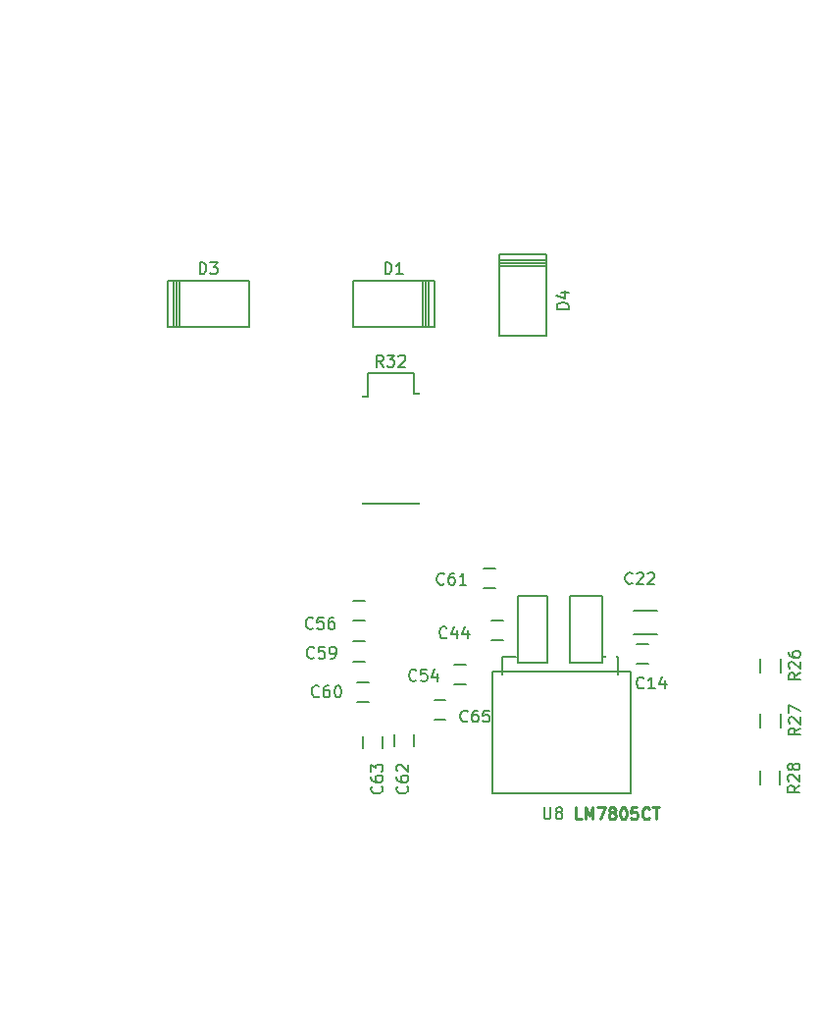
<source format=gto>
G04 #@! TF.FileFunction,Legend,Top*
%FSLAX46Y46*%
G04 Gerber Fmt 4.6, Leading zero omitted, Abs format (unit mm)*
G04 Created by KiCad (PCBNEW 4.0.2-4+6225~38~ubuntu15.04.1-stable) date Sa 02 Apr 2016 14:44:10 CEST*
%MOMM*%
G01*
G04 APERTURE LIST*
%ADD10C,0.150000*%
%ADD11C,0.250000*%
%ADD12C,0.200000*%
%ADD13C,3.000000*%
%ADD14C,4.000000*%
%ADD15R,10.800000X9.400000*%
%ADD16R,1.390000X4.600000*%
%ADD17R,1.300000X1.300000*%
%ADD18C,1.300000*%
%ADD19C,6.000000*%
%ADD20R,1.000000X1.250000*%
%ADD21C,3.649980*%
%ADD22R,1.501140X1.501140*%
%ADD23C,1.501140*%
%ADD24R,1.300000X1.500000*%
%ADD25C,1.651000*%
%ADD26R,1.727200X1.727200*%
%ADD27O,1.727200X1.727200*%
%ADD28C,2.000000*%
%ADD29R,6.000000X8.750000*%
%ADD30R,6.000000X9.000000*%
%ADD31O,3.014980X2.000000*%
%ADD32R,2.000000X1.600000*%
%ADD33R,1.500000X0.400000*%
%ADD34R,1.250000X1.000000*%
%ADD35C,0.889000*%
%ADD36C,0.100000*%
G04 APERTURE END LIST*
D10*
D11*
X53702381Y-74952381D02*
X53226190Y-74952381D01*
X53226190Y-73952381D01*
X54035714Y-74952381D02*
X54035714Y-73952381D01*
X54369048Y-74666667D01*
X54702381Y-73952381D01*
X54702381Y-74952381D01*
X55083333Y-73952381D02*
X55750000Y-73952381D01*
X55321428Y-74952381D01*
X56273809Y-74380952D02*
X56178571Y-74333333D01*
X56130952Y-74285714D01*
X56083333Y-74190476D01*
X56083333Y-74142857D01*
X56130952Y-74047619D01*
X56178571Y-74000000D01*
X56273809Y-73952381D01*
X56464286Y-73952381D01*
X56559524Y-74000000D01*
X56607143Y-74047619D01*
X56654762Y-74142857D01*
X56654762Y-74190476D01*
X56607143Y-74285714D01*
X56559524Y-74333333D01*
X56464286Y-74380952D01*
X56273809Y-74380952D01*
X56178571Y-74428571D01*
X56130952Y-74476190D01*
X56083333Y-74571429D01*
X56083333Y-74761905D01*
X56130952Y-74857143D01*
X56178571Y-74904762D01*
X56273809Y-74952381D01*
X56464286Y-74952381D01*
X56559524Y-74904762D01*
X56607143Y-74857143D01*
X56654762Y-74761905D01*
X56654762Y-74571429D01*
X56607143Y-74476190D01*
X56559524Y-74428571D01*
X56464286Y-74380952D01*
X57273809Y-73952381D02*
X57369048Y-73952381D01*
X57464286Y-74000000D01*
X57511905Y-74047619D01*
X57559524Y-74142857D01*
X57607143Y-74333333D01*
X57607143Y-74571429D01*
X57559524Y-74761905D01*
X57511905Y-74857143D01*
X57464286Y-74904762D01*
X57369048Y-74952381D01*
X57273809Y-74952381D01*
X57178571Y-74904762D01*
X57130952Y-74857143D01*
X57083333Y-74761905D01*
X57035714Y-74571429D01*
X57035714Y-74333333D01*
X57083333Y-74142857D01*
X57130952Y-74047619D01*
X57178571Y-74000000D01*
X57273809Y-73952381D01*
X58511905Y-73952381D02*
X58035714Y-73952381D01*
X57988095Y-74428571D01*
X58035714Y-74380952D01*
X58130952Y-74333333D01*
X58369048Y-74333333D01*
X58464286Y-74380952D01*
X58511905Y-74428571D01*
X58559524Y-74523810D01*
X58559524Y-74761905D01*
X58511905Y-74857143D01*
X58464286Y-74904762D01*
X58369048Y-74952381D01*
X58130952Y-74952381D01*
X58035714Y-74904762D01*
X57988095Y-74857143D01*
X59559524Y-74857143D02*
X59511905Y-74904762D01*
X59369048Y-74952381D01*
X59273810Y-74952381D01*
X59130952Y-74904762D01*
X59035714Y-74809524D01*
X58988095Y-74714286D01*
X58940476Y-74523810D01*
X58940476Y-74380952D01*
X58988095Y-74190476D01*
X59035714Y-74095238D01*
X59130952Y-74000000D01*
X59273810Y-73952381D01*
X59369048Y-73952381D01*
X59511905Y-74000000D01*
X59559524Y-74047619D01*
X59845238Y-73952381D02*
X60416667Y-73952381D01*
X60130952Y-74952381D02*
X60130952Y-73952381D01*
D12*
X50750000Y-61500000D02*
X48250000Y-61500000D01*
X50750000Y-55750000D02*
X50750000Y-61500000D01*
X48250000Y-55750000D02*
X50750000Y-55750000D01*
X48250000Y-61500000D02*
X48250000Y-55750000D01*
X55500000Y-61500000D02*
X55500000Y-61250000D01*
X52750000Y-61500000D02*
X55500000Y-61500000D01*
X52750000Y-55750000D02*
X52750000Y-61500000D01*
X55500000Y-55750000D02*
X52750000Y-55750000D01*
X55500000Y-61500000D02*
X55500000Y-55750000D01*
X46000000Y-72750000D02*
X50750000Y-72750000D01*
X46000000Y-62250000D02*
X46000000Y-72750000D01*
X58000000Y-62250000D02*
X46000000Y-62250000D01*
X58000000Y-72750000D02*
X58000000Y-62250000D01*
X50750000Y-72750000D02*
X58000000Y-72750000D01*
X46500000Y-38250000D02*
X39250000Y-38250000D01*
X39250000Y-38250000D02*
X46500000Y-38250000D01*
X39250000Y-36500000D02*
X39000000Y-36500000D01*
X39250000Y-38250000D02*
X39250000Y-36500000D01*
X27500000Y-47750000D02*
X29000000Y-47750000D01*
X27500000Y-38500000D02*
X27500000Y-47750000D01*
X29000000Y-38500000D02*
X27500000Y-38500000D01*
X46500000Y-47750000D02*
X46500000Y-38250000D01*
X29000000Y-47750000D02*
X46500000Y-47750000D01*
X35250000Y-38500000D02*
X29000000Y-38500000D01*
X35250000Y-36500000D02*
X35250000Y-38500000D01*
X35250000Y-36500000D02*
X39000000Y-36500000D01*
D10*
X18750000Y-28500000D02*
X18750000Y-32500000D01*
X19000000Y-28500000D02*
X19000000Y-32500000D01*
X18500000Y-28500000D02*
X18500000Y-32500000D01*
X18000000Y-32500000D02*
X18000000Y-28500000D01*
X18000000Y-28500000D02*
X25000000Y-28500000D01*
X25000000Y-28500000D02*
X25000000Y-32500000D01*
X25000000Y-32500000D02*
X18000000Y-32500000D01*
X50641000Y-26999000D02*
X46641000Y-26999000D01*
X50641000Y-27249000D02*
X46641000Y-27249000D01*
X50641000Y-26749000D02*
X46641000Y-26749000D01*
X46641000Y-26249000D02*
X50641000Y-26249000D01*
X50641000Y-26249000D02*
X50641000Y-33249000D01*
X50641000Y-33249000D02*
X46641000Y-33249000D01*
X46641000Y-33249000D02*
X46641000Y-26249000D01*
X46840000Y-61005000D02*
X48090000Y-61005000D01*
X46840000Y-61005000D02*
X46840000Y-62505000D01*
X56840000Y-61005000D02*
X56840000Y-62505000D01*
X56840000Y-61005000D02*
X55590000Y-61005000D01*
X45982000Y-59524000D02*
X46982000Y-59524000D01*
X46982000Y-57824000D02*
X45982000Y-57824000D01*
X69165000Y-62315000D02*
X69165000Y-61115000D01*
X70915000Y-61115000D02*
X70915000Y-62315000D01*
X69165000Y-67065000D02*
X69165000Y-65865000D01*
X70915000Y-65865000D02*
X70915000Y-67065000D01*
X69115000Y-72015000D02*
X69115000Y-70815000D01*
X70865000Y-70815000D02*
X70865000Y-72015000D01*
X59500000Y-59900000D02*
X58500000Y-59900000D01*
X58500000Y-61600000D02*
X59500000Y-61600000D01*
X60250000Y-56975000D02*
X58250000Y-56975000D01*
X58250000Y-59025000D02*
X60250000Y-59025000D01*
X42750000Y-63350000D02*
X43750000Y-63350000D01*
X43750000Y-61650000D02*
X42750000Y-61650000D01*
X35000000Y-56150000D02*
X34000000Y-56150000D01*
X34000000Y-57850000D02*
X35000000Y-57850000D01*
X35000000Y-59650000D02*
X34000000Y-59650000D01*
X34000000Y-61350000D02*
X35000000Y-61350000D01*
X35328000Y-63150000D02*
X34328000Y-63150000D01*
X34328000Y-64850000D02*
X35328000Y-64850000D01*
X45250000Y-55071000D02*
X46250000Y-55071000D01*
X46250000Y-53371000D02*
X45250000Y-53371000D01*
X37534000Y-67691000D02*
X37534000Y-68691000D01*
X39234000Y-68691000D02*
X39234000Y-67691000D01*
X34867000Y-67818000D02*
X34867000Y-68818000D01*
X36567000Y-68818000D02*
X36567000Y-67818000D01*
X41000000Y-66350000D02*
X42000000Y-66350000D01*
X42000000Y-64650000D02*
X41000000Y-64650000D01*
X40250000Y-32500000D02*
X40250000Y-28500000D01*
X40000000Y-32500000D02*
X40000000Y-28500000D01*
X40500000Y-32500000D02*
X40500000Y-28500000D01*
X41000000Y-28500000D02*
X41000000Y-32500000D01*
X41000000Y-32500000D02*
X34000000Y-32500000D01*
X34000000Y-32500000D02*
X34000000Y-28500000D01*
X34000000Y-28500000D02*
X41000000Y-28500000D01*
X20761905Y-27952381D02*
X20761905Y-26952381D01*
X21000000Y-26952381D01*
X21142858Y-27000000D01*
X21238096Y-27095238D01*
X21285715Y-27190476D01*
X21333334Y-27380952D01*
X21333334Y-27523810D01*
X21285715Y-27714286D01*
X21238096Y-27809524D01*
X21142858Y-27904762D01*
X21000000Y-27952381D01*
X20761905Y-27952381D01*
X21666667Y-26952381D02*
X22285715Y-26952381D01*
X21952381Y-27333333D01*
X22095239Y-27333333D01*
X22190477Y-27380952D01*
X22238096Y-27428571D01*
X22285715Y-27523810D01*
X22285715Y-27761905D01*
X22238096Y-27857143D01*
X22190477Y-27904762D01*
X22095239Y-27952381D01*
X21809524Y-27952381D01*
X21714286Y-27904762D01*
X21666667Y-27857143D01*
X52593381Y-30987095D02*
X51593381Y-30987095D01*
X51593381Y-30749000D01*
X51641000Y-30606142D01*
X51736238Y-30510904D01*
X51831476Y-30463285D01*
X52021952Y-30415666D01*
X52164810Y-30415666D01*
X52355286Y-30463285D01*
X52450524Y-30510904D01*
X52545762Y-30606142D01*
X52593381Y-30749000D01*
X52593381Y-30987095D01*
X51926714Y-29558523D02*
X52593381Y-29558523D01*
X51545762Y-29796619D02*
X52260048Y-30034714D01*
X52260048Y-29415666D01*
X50488095Y-73952381D02*
X50488095Y-74761905D01*
X50535714Y-74857143D01*
X50583333Y-74904762D01*
X50678571Y-74952381D01*
X50869048Y-74952381D01*
X50964286Y-74904762D01*
X51011905Y-74857143D01*
X51059524Y-74761905D01*
X51059524Y-73952381D01*
X51678571Y-74380952D02*
X51583333Y-74333333D01*
X51535714Y-74285714D01*
X51488095Y-74190476D01*
X51488095Y-74142857D01*
X51535714Y-74047619D01*
X51583333Y-74000000D01*
X51678571Y-73952381D01*
X51869048Y-73952381D01*
X51964286Y-74000000D01*
X52011905Y-74047619D01*
X52059524Y-74142857D01*
X52059524Y-74190476D01*
X52011905Y-74285714D01*
X51964286Y-74333333D01*
X51869048Y-74380952D01*
X51678571Y-74380952D01*
X51583333Y-74428571D01*
X51535714Y-74476190D01*
X51488095Y-74571429D01*
X51488095Y-74761905D01*
X51535714Y-74857143D01*
X51583333Y-74904762D01*
X51678571Y-74952381D01*
X51869048Y-74952381D01*
X51964286Y-74904762D01*
X52011905Y-74857143D01*
X52059524Y-74761905D01*
X52059524Y-74571429D01*
X52011905Y-74476190D01*
X51964286Y-74428571D01*
X51869048Y-74380952D01*
X67285714Y-90452381D02*
X67285714Y-89452381D01*
X67666667Y-89452381D01*
X67761905Y-89500000D01*
X67809524Y-89547619D01*
X67857143Y-89642857D01*
X67857143Y-89785714D01*
X67809524Y-89880952D01*
X67761905Y-89928571D01*
X67666667Y-89976190D01*
X67285714Y-89976190D01*
X68809524Y-90452381D02*
X68238095Y-90452381D01*
X68523809Y-90452381D02*
X68523809Y-89452381D01*
X68428571Y-89595238D01*
X68333333Y-89690476D01*
X68238095Y-89738095D01*
X69428571Y-89452381D02*
X69523810Y-89452381D01*
X69619048Y-89500000D01*
X69666667Y-89547619D01*
X69714286Y-89642857D01*
X69761905Y-89833333D01*
X69761905Y-90071429D01*
X69714286Y-90261905D01*
X69666667Y-90357143D01*
X69619048Y-90404762D01*
X69523810Y-90452381D01*
X69428571Y-90452381D01*
X69333333Y-90404762D01*
X69285714Y-90357143D01*
X69238095Y-90261905D01*
X69190476Y-90071429D01*
X69190476Y-89833333D01*
X69238095Y-89642857D01*
X69285714Y-89547619D01*
X69333333Y-89500000D01*
X69428571Y-89452381D01*
X67285714Y-90452381D02*
X67285714Y-89452381D01*
X67666667Y-89452381D01*
X67761905Y-89500000D01*
X67809524Y-89547619D01*
X67857143Y-89642857D01*
X67857143Y-89785714D01*
X67809524Y-89880952D01*
X67761905Y-89928571D01*
X67666667Y-89976190D01*
X67285714Y-89976190D01*
X68809524Y-90452381D02*
X68238095Y-90452381D01*
X68523809Y-90452381D02*
X68523809Y-89452381D01*
X68428571Y-89595238D01*
X68333333Y-89690476D01*
X68238095Y-89738095D01*
X69428571Y-89452381D02*
X69523810Y-89452381D01*
X69619048Y-89500000D01*
X69666667Y-89547619D01*
X69714286Y-89642857D01*
X69761905Y-89833333D01*
X69761905Y-90071429D01*
X69714286Y-90261905D01*
X69666667Y-90357143D01*
X69619048Y-90404762D01*
X69523810Y-90452381D01*
X69428571Y-90452381D01*
X69333333Y-90404762D01*
X69285714Y-90357143D01*
X69238095Y-90261905D01*
X69190476Y-90071429D01*
X69190476Y-89833333D01*
X69238095Y-89642857D01*
X69285714Y-89547619D01*
X69333333Y-89500000D01*
X69428571Y-89452381D01*
X42089143Y-59281143D02*
X42041524Y-59328762D01*
X41898667Y-59376381D01*
X41803429Y-59376381D01*
X41660571Y-59328762D01*
X41565333Y-59233524D01*
X41517714Y-59138286D01*
X41470095Y-58947810D01*
X41470095Y-58804952D01*
X41517714Y-58614476D01*
X41565333Y-58519238D01*
X41660571Y-58424000D01*
X41803429Y-58376381D01*
X41898667Y-58376381D01*
X42041524Y-58424000D01*
X42089143Y-58471619D01*
X42946286Y-58709714D02*
X42946286Y-59376381D01*
X42708190Y-58328762D02*
X42470095Y-59043048D01*
X43089143Y-59043048D01*
X43898667Y-58709714D02*
X43898667Y-59376381D01*
X43660571Y-58328762D02*
X43422476Y-59043048D01*
X44041524Y-59043048D01*
X5285714Y-7452381D02*
X5285714Y-6452381D01*
X5666667Y-6452381D01*
X5761905Y-6500000D01*
X5809524Y-6547619D01*
X5857143Y-6642857D01*
X5857143Y-6785714D01*
X5809524Y-6880952D01*
X5761905Y-6928571D01*
X5666667Y-6976190D01*
X5285714Y-6976190D01*
X6238095Y-6547619D02*
X6285714Y-6500000D01*
X6380952Y-6452381D01*
X6619048Y-6452381D01*
X6714286Y-6500000D01*
X6761905Y-6547619D01*
X6809524Y-6642857D01*
X6809524Y-6738095D01*
X6761905Y-6880952D01*
X6190476Y-7452381D01*
X6809524Y-7452381D01*
X7761905Y-7452381D02*
X7190476Y-7452381D01*
X7476190Y-7452381D02*
X7476190Y-6452381D01*
X7380952Y-6595238D01*
X7285714Y-6690476D01*
X7190476Y-6738095D01*
X5285714Y-7452381D02*
X5285714Y-6452381D01*
X5666667Y-6452381D01*
X5761905Y-6500000D01*
X5809524Y-6547619D01*
X5857143Y-6642857D01*
X5857143Y-6785714D01*
X5809524Y-6880952D01*
X5761905Y-6928571D01*
X5666667Y-6976190D01*
X5285714Y-6976190D01*
X6238095Y-6547619D02*
X6285714Y-6500000D01*
X6380952Y-6452381D01*
X6619048Y-6452381D01*
X6714286Y-6500000D01*
X6761905Y-6547619D01*
X6809524Y-6642857D01*
X6809524Y-6738095D01*
X6761905Y-6880952D01*
X6190476Y-7452381D01*
X6809524Y-7452381D01*
X7761905Y-7452381D02*
X7190476Y-7452381D01*
X7476190Y-7452381D02*
X7476190Y-6452381D01*
X7380952Y-6595238D01*
X7285714Y-6690476D01*
X7190476Y-6738095D01*
X67285714Y-7452381D02*
X67285714Y-6452381D01*
X67666667Y-6452381D01*
X67761905Y-6500000D01*
X67809524Y-6547619D01*
X67857143Y-6642857D01*
X67857143Y-6785714D01*
X67809524Y-6880952D01*
X67761905Y-6928571D01*
X67666667Y-6976190D01*
X67285714Y-6976190D01*
X68238095Y-6547619D02*
X68285714Y-6500000D01*
X68380952Y-6452381D01*
X68619048Y-6452381D01*
X68714286Y-6500000D01*
X68761905Y-6547619D01*
X68809524Y-6642857D01*
X68809524Y-6738095D01*
X68761905Y-6880952D01*
X68190476Y-7452381D01*
X68809524Y-7452381D01*
X69190476Y-6547619D02*
X69238095Y-6500000D01*
X69333333Y-6452381D01*
X69571429Y-6452381D01*
X69666667Y-6500000D01*
X69714286Y-6547619D01*
X69761905Y-6642857D01*
X69761905Y-6738095D01*
X69714286Y-6880952D01*
X69142857Y-7452381D01*
X69761905Y-7452381D01*
X67285714Y-7452381D02*
X67285714Y-6452381D01*
X67666667Y-6452381D01*
X67761905Y-6500000D01*
X67809524Y-6547619D01*
X67857143Y-6642857D01*
X67857143Y-6785714D01*
X67809524Y-6880952D01*
X67761905Y-6928571D01*
X67666667Y-6976190D01*
X67285714Y-6976190D01*
X68238095Y-6547619D02*
X68285714Y-6500000D01*
X68380952Y-6452381D01*
X68619048Y-6452381D01*
X68714286Y-6500000D01*
X68761905Y-6547619D01*
X68809524Y-6642857D01*
X68809524Y-6738095D01*
X68761905Y-6880952D01*
X68190476Y-7452381D01*
X68809524Y-7452381D01*
X69190476Y-6547619D02*
X69238095Y-6500000D01*
X69333333Y-6452381D01*
X69571429Y-6452381D01*
X69666667Y-6500000D01*
X69714286Y-6547619D01*
X69761905Y-6642857D01*
X69761905Y-6738095D01*
X69714286Y-6880952D01*
X69142857Y-7452381D01*
X69761905Y-7452381D01*
X5285714Y-90452381D02*
X5285714Y-89452381D01*
X5666667Y-89452381D01*
X5761905Y-89500000D01*
X5809524Y-89547619D01*
X5857143Y-89642857D01*
X5857143Y-89785714D01*
X5809524Y-89880952D01*
X5761905Y-89928571D01*
X5666667Y-89976190D01*
X5285714Y-89976190D01*
X6238095Y-89547619D02*
X6285714Y-89500000D01*
X6380952Y-89452381D01*
X6619048Y-89452381D01*
X6714286Y-89500000D01*
X6761905Y-89547619D01*
X6809524Y-89642857D01*
X6809524Y-89738095D01*
X6761905Y-89880952D01*
X6190476Y-90452381D01*
X6809524Y-90452381D01*
X7666667Y-89785714D02*
X7666667Y-90452381D01*
X7428571Y-89404762D02*
X7190476Y-90119048D01*
X7809524Y-90119048D01*
X5285714Y-90452381D02*
X5285714Y-89452381D01*
X5666667Y-89452381D01*
X5761905Y-89500000D01*
X5809524Y-89547619D01*
X5857143Y-89642857D01*
X5857143Y-89785714D01*
X5809524Y-89880952D01*
X5761905Y-89928571D01*
X5666667Y-89976190D01*
X5285714Y-89976190D01*
X6238095Y-89547619D02*
X6285714Y-89500000D01*
X6380952Y-89452381D01*
X6619048Y-89452381D01*
X6714286Y-89500000D01*
X6761905Y-89547619D01*
X6809524Y-89642857D01*
X6809524Y-89738095D01*
X6761905Y-89880952D01*
X6190476Y-90452381D01*
X6809524Y-90452381D01*
X7666667Y-89785714D02*
X7666667Y-90452381D01*
X7428571Y-89404762D02*
X7190476Y-90119048D01*
X7809524Y-90119048D01*
X72592381Y-62357857D02*
X72116190Y-62691191D01*
X72592381Y-62929286D02*
X71592381Y-62929286D01*
X71592381Y-62548333D01*
X71640000Y-62453095D01*
X71687619Y-62405476D01*
X71782857Y-62357857D01*
X71925714Y-62357857D01*
X72020952Y-62405476D01*
X72068571Y-62453095D01*
X72116190Y-62548333D01*
X72116190Y-62929286D01*
X71687619Y-61976905D02*
X71640000Y-61929286D01*
X71592381Y-61834048D01*
X71592381Y-61595952D01*
X71640000Y-61500714D01*
X71687619Y-61453095D01*
X71782857Y-61405476D01*
X71878095Y-61405476D01*
X72020952Y-61453095D01*
X72592381Y-62024524D01*
X72592381Y-61405476D01*
X71592381Y-60548333D02*
X71592381Y-60738810D01*
X71640000Y-60834048D01*
X71687619Y-60881667D01*
X71830476Y-60976905D01*
X72020952Y-61024524D01*
X72401905Y-61024524D01*
X72497143Y-60976905D01*
X72544762Y-60929286D01*
X72592381Y-60834048D01*
X72592381Y-60643571D01*
X72544762Y-60548333D01*
X72497143Y-60500714D01*
X72401905Y-60453095D01*
X72163810Y-60453095D01*
X72068571Y-60500714D01*
X72020952Y-60548333D01*
X71973333Y-60643571D01*
X71973333Y-60834048D01*
X72020952Y-60929286D01*
X72068571Y-60976905D01*
X72163810Y-61024524D01*
X72592381Y-67107857D02*
X72116190Y-67441191D01*
X72592381Y-67679286D02*
X71592381Y-67679286D01*
X71592381Y-67298333D01*
X71640000Y-67203095D01*
X71687619Y-67155476D01*
X71782857Y-67107857D01*
X71925714Y-67107857D01*
X72020952Y-67155476D01*
X72068571Y-67203095D01*
X72116190Y-67298333D01*
X72116190Y-67679286D01*
X71687619Y-66726905D02*
X71640000Y-66679286D01*
X71592381Y-66584048D01*
X71592381Y-66345952D01*
X71640000Y-66250714D01*
X71687619Y-66203095D01*
X71782857Y-66155476D01*
X71878095Y-66155476D01*
X72020952Y-66203095D01*
X72592381Y-66774524D01*
X72592381Y-66155476D01*
X71592381Y-65822143D02*
X71592381Y-65155476D01*
X72592381Y-65584048D01*
X72542381Y-72057857D02*
X72066190Y-72391191D01*
X72542381Y-72629286D02*
X71542381Y-72629286D01*
X71542381Y-72248333D01*
X71590000Y-72153095D01*
X71637619Y-72105476D01*
X71732857Y-72057857D01*
X71875714Y-72057857D01*
X71970952Y-72105476D01*
X72018571Y-72153095D01*
X72066190Y-72248333D01*
X72066190Y-72629286D01*
X71637619Y-71676905D02*
X71590000Y-71629286D01*
X71542381Y-71534048D01*
X71542381Y-71295952D01*
X71590000Y-71200714D01*
X71637619Y-71153095D01*
X71732857Y-71105476D01*
X71828095Y-71105476D01*
X71970952Y-71153095D01*
X72542381Y-71724524D01*
X72542381Y-71105476D01*
X71970952Y-70534048D02*
X71923333Y-70629286D01*
X71875714Y-70676905D01*
X71780476Y-70724524D01*
X71732857Y-70724524D01*
X71637619Y-70676905D01*
X71590000Y-70629286D01*
X71542381Y-70534048D01*
X71542381Y-70343571D01*
X71590000Y-70248333D01*
X71637619Y-70200714D01*
X71732857Y-70153095D01*
X71780476Y-70153095D01*
X71875714Y-70200714D01*
X71923333Y-70248333D01*
X71970952Y-70343571D01*
X71970952Y-70534048D01*
X72018571Y-70629286D01*
X72066190Y-70676905D01*
X72161429Y-70724524D01*
X72351905Y-70724524D01*
X72447143Y-70676905D01*
X72494762Y-70629286D01*
X72542381Y-70534048D01*
X72542381Y-70343571D01*
X72494762Y-70248333D01*
X72447143Y-70200714D01*
X72351905Y-70153095D01*
X72161429Y-70153095D01*
X72066190Y-70200714D01*
X72018571Y-70248333D01*
X71970952Y-70343571D01*
X36607143Y-35952381D02*
X36273809Y-35476190D01*
X36035714Y-35952381D02*
X36035714Y-34952381D01*
X36416667Y-34952381D01*
X36511905Y-35000000D01*
X36559524Y-35047619D01*
X36607143Y-35142857D01*
X36607143Y-35285714D01*
X36559524Y-35380952D01*
X36511905Y-35428571D01*
X36416667Y-35476190D01*
X36035714Y-35476190D01*
X36940476Y-34952381D02*
X37559524Y-34952381D01*
X37226190Y-35333333D01*
X37369048Y-35333333D01*
X37464286Y-35380952D01*
X37511905Y-35428571D01*
X37559524Y-35523810D01*
X37559524Y-35761905D01*
X37511905Y-35857143D01*
X37464286Y-35904762D01*
X37369048Y-35952381D01*
X37083333Y-35952381D01*
X36988095Y-35904762D01*
X36940476Y-35857143D01*
X37940476Y-35047619D02*
X37988095Y-35000000D01*
X38083333Y-34952381D01*
X38321429Y-34952381D01*
X38416667Y-35000000D01*
X38464286Y-35047619D01*
X38511905Y-35142857D01*
X38511905Y-35238095D01*
X38464286Y-35380952D01*
X37892857Y-35952381D01*
X38511905Y-35952381D01*
X59107143Y-63607143D02*
X59059524Y-63654762D01*
X58916667Y-63702381D01*
X58821429Y-63702381D01*
X58678571Y-63654762D01*
X58583333Y-63559524D01*
X58535714Y-63464286D01*
X58488095Y-63273810D01*
X58488095Y-63130952D01*
X58535714Y-62940476D01*
X58583333Y-62845238D01*
X58678571Y-62750000D01*
X58821429Y-62702381D01*
X58916667Y-62702381D01*
X59059524Y-62750000D01*
X59107143Y-62797619D01*
X60059524Y-63702381D02*
X59488095Y-63702381D01*
X59773809Y-63702381D02*
X59773809Y-62702381D01*
X59678571Y-62845238D01*
X59583333Y-62940476D01*
X59488095Y-62988095D01*
X60916667Y-63035714D02*
X60916667Y-63702381D01*
X60678571Y-62654762D02*
X60440476Y-63369048D01*
X61059524Y-63369048D01*
X58107143Y-54607143D02*
X58059524Y-54654762D01*
X57916667Y-54702381D01*
X57821429Y-54702381D01*
X57678571Y-54654762D01*
X57583333Y-54559524D01*
X57535714Y-54464286D01*
X57488095Y-54273810D01*
X57488095Y-54130952D01*
X57535714Y-53940476D01*
X57583333Y-53845238D01*
X57678571Y-53750000D01*
X57821429Y-53702381D01*
X57916667Y-53702381D01*
X58059524Y-53750000D01*
X58107143Y-53797619D01*
X58488095Y-53797619D02*
X58535714Y-53750000D01*
X58630952Y-53702381D01*
X58869048Y-53702381D01*
X58964286Y-53750000D01*
X59011905Y-53797619D01*
X59059524Y-53892857D01*
X59059524Y-53988095D01*
X59011905Y-54130952D01*
X58440476Y-54702381D01*
X59059524Y-54702381D01*
X59440476Y-53797619D02*
X59488095Y-53750000D01*
X59583333Y-53702381D01*
X59821429Y-53702381D01*
X59916667Y-53750000D01*
X59964286Y-53797619D01*
X60011905Y-53892857D01*
X60011905Y-53988095D01*
X59964286Y-54130952D01*
X59392857Y-54702381D01*
X60011905Y-54702381D01*
X39457143Y-62957143D02*
X39409524Y-63004762D01*
X39266667Y-63052381D01*
X39171429Y-63052381D01*
X39028571Y-63004762D01*
X38933333Y-62909524D01*
X38885714Y-62814286D01*
X38838095Y-62623810D01*
X38838095Y-62480952D01*
X38885714Y-62290476D01*
X38933333Y-62195238D01*
X39028571Y-62100000D01*
X39171429Y-62052381D01*
X39266667Y-62052381D01*
X39409524Y-62100000D01*
X39457143Y-62147619D01*
X40361905Y-62052381D02*
X39885714Y-62052381D01*
X39838095Y-62528571D01*
X39885714Y-62480952D01*
X39980952Y-62433333D01*
X40219048Y-62433333D01*
X40314286Y-62480952D01*
X40361905Y-62528571D01*
X40409524Y-62623810D01*
X40409524Y-62861905D01*
X40361905Y-62957143D01*
X40314286Y-63004762D01*
X40219048Y-63052381D01*
X39980952Y-63052381D01*
X39885714Y-63004762D01*
X39838095Y-62957143D01*
X41266667Y-62385714D02*
X41266667Y-63052381D01*
X41028571Y-62004762D02*
X40790476Y-62719048D01*
X41409524Y-62719048D01*
X30529143Y-58469143D02*
X30481524Y-58516762D01*
X30338667Y-58564381D01*
X30243429Y-58564381D01*
X30100571Y-58516762D01*
X30005333Y-58421524D01*
X29957714Y-58326286D01*
X29910095Y-58135810D01*
X29910095Y-57992952D01*
X29957714Y-57802476D01*
X30005333Y-57707238D01*
X30100571Y-57612000D01*
X30243429Y-57564381D01*
X30338667Y-57564381D01*
X30481524Y-57612000D01*
X30529143Y-57659619D01*
X31433905Y-57564381D02*
X30957714Y-57564381D01*
X30910095Y-58040571D01*
X30957714Y-57992952D01*
X31052952Y-57945333D01*
X31291048Y-57945333D01*
X31386286Y-57992952D01*
X31433905Y-58040571D01*
X31481524Y-58135810D01*
X31481524Y-58373905D01*
X31433905Y-58469143D01*
X31386286Y-58516762D01*
X31291048Y-58564381D01*
X31052952Y-58564381D01*
X30957714Y-58516762D01*
X30910095Y-58469143D01*
X32338667Y-57564381D02*
X32148190Y-57564381D01*
X32052952Y-57612000D01*
X32005333Y-57659619D01*
X31910095Y-57802476D01*
X31862476Y-57992952D01*
X31862476Y-58373905D01*
X31910095Y-58469143D01*
X31957714Y-58516762D01*
X32052952Y-58564381D01*
X32243429Y-58564381D01*
X32338667Y-58516762D01*
X32386286Y-58469143D01*
X32433905Y-58373905D01*
X32433905Y-58135810D01*
X32386286Y-58040571D01*
X32338667Y-57992952D01*
X32243429Y-57945333D01*
X32052952Y-57945333D01*
X31957714Y-57992952D01*
X31910095Y-58040571D01*
X31862476Y-58135810D01*
X30629143Y-61013143D02*
X30581524Y-61060762D01*
X30438667Y-61108381D01*
X30343429Y-61108381D01*
X30200571Y-61060762D01*
X30105333Y-60965524D01*
X30057714Y-60870286D01*
X30010095Y-60679810D01*
X30010095Y-60536952D01*
X30057714Y-60346476D01*
X30105333Y-60251238D01*
X30200571Y-60156000D01*
X30343429Y-60108381D01*
X30438667Y-60108381D01*
X30581524Y-60156000D01*
X30629143Y-60203619D01*
X31533905Y-60108381D02*
X31057714Y-60108381D01*
X31010095Y-60584571D01*
X31057714Y-60536952D01*
X31152952Y-60489333D01*
X31391048Y-60489333D01*
X31486286Y-60536952D01*
X31533905Y-60584571D01*
X31581524Y-60679810D01*
X31581524Y-60917905D01*
X31533905Y-61013143D01*
X31486286Y-61060762D01*
X31391048Y-61108381D01*
X31152952Y-61108381D01*
X31057714Y-61060762D01*
X31010095Y-61013143D01*
X32057714Y-61108381D02*
X32248190Y-61108381D01*
X32343429Y-61060762D01*
X32391048Y-61013143D01*
X32486286Y-60870286D01*
X32533905Y-60679810D01*
X32533905Y-60298857D01*
X32486286Y-60203619D01*
X32438667Y-60156000D01*
X32343429Y-60108381D01*
X32152952Y-60108381D01*
X32057714Y-60156000D01*
X32010095Y-60203619D01*
X31962476Y-60298857D01*
X31962476Y-60536952D01*
X32010095Y-60632190D01*
X32057714Y-60679810D01*
X32152952Y-60727429D01*
X32343429Y-60727429D01*
X32438667Y-60679810D01*
X32486286Y-60632190D01*
X32533905Y-60536952D01*
X31057143Y-64357143D02*
X31009524Y-64404762D01*
X30866667Y-64452381D01*
X30771429Y-64452381D01*
X30628571Y-64404762D01*
X30533333Y-64309524D01*
X30485714Y-64214286D01*
X30438095Y-64023810D01*
X30438095Y-63880952D01*
X30485714Y-63690476D01*
X30533333Y-63595238D01*
X30628571Y-63500000D01*
X30771429Y-63452381D01*
X30866667Y-63452381D01*
X31009524Y-63500000D01*
X31057143Y-63547619D01*
X31914286Y-63452381D02*
X31723809Y-63452381D01*
X31628571Y-63500000D01*
X31580952Y-63547619D01*
X31485714Y-63690476D01*
X31438095Y-63880952D01*
X31438095Y-64261905D01*
X31485714Y-64357143D01*
X31533333Y-64404762D01*
X31628571Y-64452381D01*
X31819048Y-64452381D01*
X31914286Y-64404762D01*
X31961905Y-64357143D01*
X32009524Y-64261905D01*
X32009524Y-64023810D01*
X31961905Y-63928571D01*
X31914286Y-63880952D01*
X31819048Y-63833333D01*
X31628571Y-63833333D01*
X31533333Y-63880952D01*
X31485714Y-63928571D01*
X31438095Y-64023810D01*
X32628571Y-63452381D02*
X32723810Y-63452381D01*
X32819048Y-63500000D01*
X32866667Y-63547619D01*
X32914286Y-63642857D01*
X32961905Y-63833333D01*
X32961905Y-64071429D01*
X32914286Y-64261905D01*
X32866667Y-64357143D01*
X32819048Y-64404762D01*
X32723810Y-64452381D01*
X32628571Y-64452381D01*
X32533333Y-64404762D01*
X32485714Y-64357143D01*
X32438095Y-64261905D01*
X32390476Y-64071429D01*
X32390476Y-63833333D01*
X32438095Y-63642857D01*
X32485714Y-63547619D01*
X32533333Y-63500000D01*
X32628571Y-63452381D01*
X41857143Y-54657143D02*
X41809524Y-54704762D01*
X41666667Y-54752381D01*
X41571429Y-54752381D01*
X41428571Y-54704762D01*
X41333333Y-54609524D01*
X41285714Y-54514286D01*
X41238095Y-54323810D01*
X41238095Y-54180952D01*
X41285714Y-53990476D01*
X41333333Y-53895238D01*
X41428571Y-53800000D01*
X41571429Y-53752381D01*
X41666667Y-53752381D01*
X41809524Y-53800000D01*
X41857143Y-53847619D01*
X42714286Y-53752381D02*
X42523809Y-53752381D01*
X42428571Y-53800000D01*
X42380952Y-53847619D01*
X42285714Y-53990476D01*
X42238095Y-54180952D01*
X42238095Y-54561905D01*
X42285714Y-54657143D01*
X42333333Y-54704762D01*
X42428571Y-54752381D01*
X42619048Y-54752381D01*
X42714286Y-54704762D01*
X42761905Y-54657143D01*
X42809524Y-54561905D01*
X42809524Y-54323810D01*
X42761905Y-54228571D01*
X42714286Y-54180952D01*
X42619048Y-54133333D01*
X42428571Y-54133333D01*
X42333333Y-54180952D01*
X42285714Y-54228571D01*
X42238095Y-54323810D01*
X43761905Y-54752381D02*
X43190476Y-54752381D01*
X43476190Y-54752381D02*
X43476190Y-53752381D01*
X43380952Y-53895238D01*
X43285714Y-53990476D01*
X43190476Y-54038095D01*
X38657143Y-72142857D02*
X38704762Y-72190476D01*
X38752381Y-72333333D01*
X38752381Y-72428571D01*
X38704762Y-72571429D01*
X38609524Y-72666667D01*
X38514286Y-72714286D01*
X38323810Y-72761905D01*
X38180952Y-72761905D01*
X37990476Y-72714286D01*
X37895238Y-72666667D01*
X37800000Y-72571429D01*
X37752381Y-72428571D01*
X37752381Y-72333333D01*
X37800000Y-72190476D01*
X37847619Y-72142857D01*
X37752381Y-71285714D02*
X37752381Y-71476191D01*
X37800000Y-71571429D01*
X37847619Y-71619048D01*
X37990476Y-71714286D01*
X38180952Y-71761905D01*
X38561905Y-71761905D01*
X38657143Y-71714286D01*
X38704762Y-71666667D01*
X38752381Y-71571429D01*
X38752381Y-71380952D01*
X38704762Y-71285714D01*
X38657143Y-71238095D01*
X38561905Y-71190476D01*
X38323810Y-71190476D01*
X38228571Y-71238095D01*
X38180952Y-71285714D01*
X38133333Y-71380952D01*
X38133333Y-71571429D01*
X38180952Y-71666667D01*
X38228571Y-71714286D01*
X38323810Y-71761905D01*
X37847619Y-70809524D02*
X37800000Y-70761905D01*
X37752381Y-70666667D01*
X37752381Y-70428571D01*
X37800000Y-70333333D01*
X37847619Y-70285714D01*
X37942857Y-70238095D01*
X38038095Y-70238095D01*
X38180952Y-70285714D01*
X38752381Y-70857143D01*
X38752381Y-70238095D01*
X36457143Y-72142857D02*
X36504762Y-72190476D01*
X36552381Y-72333333D01*
X36552381Y-72428571D01*
X36504762Y-72571429D01*
X36409524Y-72666667D01*
X36314286Y-72714286D01*
X36123810Y-72761905D01*
X35980952Y-72761905D01*
X35790476Y-72714286D01*
X35695238Y-72666667D01*
X35600000Y-72571429D01*
X35552381Y-72428571D01*
X35552381Y-72333333D01*
X35600000Y-72190476D01*
X35647619Y-72142857D01*
X35552381Y-71285714D02*
X35552381Y-71476191D01*
X35600000Y-71571429D01*
X35647619Y-71619048D01*
X35790476Y-71714286D01*
X35980952Y-71761905D01*
X36361905Y-71761905D01*
X36457143Y-71714286D01*
X36504762Y-71666667D01*
X36552381Y-71571429D01*
X36552381Y-71380952D01*
X36504762Y-71285714D01*
X36457143Y-71238095D01*
X36361905Y-71190476D01*
X36123810Y-71190476D01*
X36028571Y-71238095D01*
X35980952Y-71285714D01*
X35933333Y-71380952D01*
X35933333Y-71571429D01*
X35980952Y-71666667D01*
X36028571Y-71714286D01*
X36123810Y-71761905D01*
X35552381Y-70857143D02*
X35552381Y-70238095D01*
X35933333Y-70571429D01*
X35933333Y-70428571D01*
X35980952Y-70333333D01*
X36028571Y-70285714D01*
X36123810Y-70238095D01*
X36361905Y-70238095D01*
X36457143Y-70285714D01*
X36504762Y-70333333D01*
X36552381Y-70428571D01*
X36552381Y-70714286D01*
X36504762Y-70809524D01*
X36457143Y-70857143D01*
X43887143Y-66487143D02*
X43839524Y-66534762D01*
X43696667Y-66582381D01*
X43601429Y-66582381D01*
X43458571Y-66534762D01*
X43363333Y-66439524D01*
X43315714Y-66344286D01*
X43268095Y-66153810D01*
X43268095Y-66010952D01*
X43315714Y-65820476D01*
X43363333Y-65725238D01*
X43458571Y-65630000D01*
X43601429Y-65582381D01*
X43696667Y-65582381D01*
X43839524Y-65630000D01*
X43887143Y-65677619D01*
X44744286Y-65582381D02*
X44553809Y-65582381D01*
X44458571Y-65630000D01*
X44410952Y-65677619D01*
X44315714Y-65820476D01*
X44268095Y-66010952D01*
X44268095Y-66391905D01*
X44315714Y-66487143D01*
X44363333Y-66534762D01*
X44458571Y-66582381D01*
X44649048Y-66582381D01*
X44744286Y-66534762D01*
X44791905Y-66487143D01*
X44839524Y-66391905D01*
X44839524Y-66153810D01*
X44791905Y-66058571D01*
X44744286Y-66010952D01*
X44649048Y-65963333D01*
X44458571Y-65963333D01*
X44363333Y-66010952D01*
X44315714Y-66058571D01*
X44268095Y-66153810D01*
X45744286Y-65582381D02*
X45268095Y-65582381D01*
X45220476Y-66058571D01*
X45268095Y-66010952D01*
X45363333Y-65963333D01*
X45601429Y-65963333D01*
X45696667Y-66010952D01*
X45744286Y-66058571D01*
X45791905Y-66153810D01*
X45791905Y-66391905D01*
X45744286Y-66487143D01*
X45696667Y-66534762D01*
X45601429Y-66582381D01*
X45363333Y-66582381D01*
X45268095Y-66534762D01*
X45220476Y-66487143D01*
X36761905Y-27952381D02*
X36761905Y-26952381D01*
X37000000Y-26952381D01*
X37142858Y-27000000D01*
X37238096Y-27095238D01*
X37285715Y-27190476D01*
X37333334Y-27380952D01*
X37333334Y-27523810D01*
X37285715Y-27714286D01*
X37238096Y-27809524D01*
X37142858Y-27904762D01*
X37000000Y-27952381D01*
X36761905Y-27952381D01*
X38285715Y-27952381D02*
X37714286Y-27952381D01*
X38000000Y-27952381D02*
X38000000Y-26952381D01*
X37904762Y-27095238D01*
X37809524Y-27190476D01*
X37714286Y-27238095D01*
%LPC*%
D13*
X27500000Y-30500000D03*
X15501220Y-30497040D03*
X48641000Y-35749000D03*
X48643960Y-23750220D03*
D14*
X23900000Y-13210000D03*
X49300000Y-13210000D03*
D15*
X51840000Y-67655000D03*
D16*
X49300000Y-58505000D03*
X54380000Y-58505000D03*
D17*
X61200000Y-30200000D03*
D18*
X66200000Y-30200000D03*
D19*
X68500000Y-90000000D03*
D20*
X47482000Y-58674000D03*
X45482000Y-58674000D03*
D21*
X50345480Y-86396000D03*
X62214900Y-86396000D03*
D22*
X60729000Y-80046000D03*
D23*
X59459000Y-77506000D03*
X58189000Y-80046000D03*
X56919000Y-77506000D03*
X55649000Y-80046000D03*
X54379000Y-77506000D03*
X53109000Y-80046000D03*
X51839000Y-77506000D03*
D21*
X33327480Y-86396000D03*
X45196900Y-86396000D03*
D22*
X43711000Y-80046000D03*
D23*
X42441000Y-77506000D03*
X41171000Y-80046000D03*
X39901000Y-77506000D03*
X38631000Y-80046000D03*
X37361000Y-77506000D03*
X36091000Y-80046000D03*
X34821000Y-77506000D03*
D19*
X6500000Y-7000000D03*
X68500000Y-7000000D03*
X6500000Y-90000000D03*
D24*
X70040000Y-60365000D03*
X70040000Y-63065000D03*
X70040000Y-65115000D03*
X70040000Y-67815000D03*
X69990000Y-70065000D03*
X69990000Y-72765000D03*
D25*
X41680000Y-16766000D03*
X31520000Y-16766000D03*
X36600000Y-16766000D03*
X34060000Y-16766000D03*
X39140000Y-16766000D03*
X31520000Y-9654000D03*
X41680000Y-9654000D03*
X36600000Y-9654000D03*
X39140000Y-9654000D03*
X34060000Y-9654000D03*
D26*
X67190000Y-61015000D03*
D27*
X64650000Y-61015000D03*
X67190000Y-63555000D03*
X64650000Y-63555000D03*
X67190000Y-66095000D03*
X64650000Y-66095000D03*
X67190000Y-68635000D03*
X64650000Y-68635000D03*
X67190000Y-71175000D03*
X64650000Y-71175000D03*
X67190000Y-73715000D03*
X64650000Y-73715000D03*
D28*
X9270000Y-23690000D03*
X6730000Y-23690000D03*
X4190000Y-23690000D03*
X4190000Y-26230000D03*
X4190000Y-28770000D03*
X9270000Y-31310000D03*
X6730000Y-31310000D03*
X4190000Y-31310000D03*
X11810000Y-31310000D03*
X11810000Y-23690000D03*
X11810000Y-26230000D03*
X9270000Y-26230000D03*
X6730000Y-26230000D03*
X11810000Y-28770000D03*
X9270000Y-28770000D03*
X6730000Y-28770000D03*
X9270000Y-39190000D03*
X6730000Y-39190000D03*
X4190000Y-39190000D03*
X4190000Y-41730000D03*
X4190000Y-44270000D03*
X9270000Y-46810000D03*
X6730000Y-46810000D03*
X4190000Y-46810000D03*
X11810000Y-46810000D03*
X11810000Y-39190000D03*
X11810000Y-41730000D03*
X9270000Y-41730000D03*
X6730000Y-41730000D03*
X11810000Y-44270000D03*
X9270000Y-44270000D03*
X6730000Y-44270000D03*
X9270000Y-12690000D03*
X6730000Y-12690000D03*
X4190000Y-12690000D03*
X4190000Y-15230000D03*
X4190000Y-17770000D03*
X9270000Y-20310000D03*
X6730000Y-20310000D03*
X4190000Y-20310000D03*
X11810000Y-20310000D03*
X11810000Y-12690000D03*
X11810000Y-15230000D03*
X9270000Y-15230000D03*
X6730000Y-15230000D03*
X11810000Y-17770000D03*
X9270000Y-17770000D03*
X6730000Y-17770000D03*
X65730000Y-20810000D03*
X68270000Y-20810000D03*
X70810000Y-20810000D03*
X70810000Y-18270000D03*
X70810000Y-15730000D03*
X65730000Y-13190000D03*
X68270000Y-13190000D03*
X70810000Y-13190000D03*
X63190000Y-13190000D03*
X63190000Y-20810000D03*
X63190000Y-18270000D03*
X65730000Y-18270000D03*
X68270000Y-18270000D03*
X63190000Y-15730000D03*
X65730000Y-15730000D03*
X68270000Y-15730000D03*
X65730000Y-46810000D03*
X68270000Y-46810000D03*
X70810000Y-46810000D03*
X70810000Y-44270000D03*
X70810000Y-41730000D03*
X65730000Y-39190000D03*
X68270000Y-39190000D03*
X70810000Y-39190000D03*
X63190000Y-39190000D03*
X63190000Y-46810000D03*
X63190000Y-44270000D03*
X65730000Y-44270000D03*
X68270000Y-44270000D03*
X63190000Y-41730000D03*
X65730000Y-41730000D03*
X68270000Y-41730000D03*
D29*
X43035000Y-43055000D03*
D30*
X31435000Y-43055000D03*
D20*
X58000000Y-60750000D03*
X60000000Y-60750000D03*
D31*
X4250000Y-72500000D03*
X4250000Y-76000000D03*
X11250000Y-76000000D03*
X11250000Y-72500000D03*
X4250000Y-65000000D03*
X4250000Y-68500000D03*
X11250000Y-68500000D03*
X11250000Y-65000000D03*
X4250000Y-80000000D03*
X4250000Y-83500000D03*
X11250000Y-83500000D03*
X11250000Y-80000000D03*
D32*
X57250000Y-58000000D03*
X61250000Y-58000000D03*
D20*
X44250000Y-62500000D03*
X42250000Y-62500000D03*
D33*
X35545500Y-41457500D03*
X34745500Y-41457500D03*
D20*
X33500000Y-57000000D03*
X35500000Y-57000000D03*
X33500000Y-60500000D03*
X35500000Y-60500000D03*
X33828000Y-64000000D03*
X35828000Y-64000000D03*
X46750000Y-54221000D03*
X44750000Y-54221000D03*
D34*
X38384000Y-69191000D03*
X38384000Y-67191000D03*
X35717000Y-69318000D03*
X35717000Y-67318000D03*
D20*
X42500000Y-65500000D03*
X40500000Y-65500000D03*
D13*
X31500000Y-30500000D03*
X43498780Y-30502960D03*
D35*
X47750000Y-60500000D03*
X47750000Y-57000000D03*
D28*
X26948000Y-69554000D03*
X43712000Y-69046000D03*
D35*
X51250000Y-60750000D03*
X51250000Y-59500000D03*
X51250000Y-58250000D03*
X51250000Y-57000000D03*
X59586000Y-82078000D03*
X58316000Y-83094000D03*
X56792000Y-84110000D03*
X55268000Y-85126000D03*
X53467000Y-56896000D03*
X53467000Y-60833000D03*
D28*
X30885000Y-75015000D03*
X48030000Y-75015000D03*
D35*
X58000000Y-61000000D03*
X56250000Y-59750000D03*
X56250000Y-61000000D03*
X58000000Y-59750000D03*
X35584000Y-43436000D03*
X13589000Y-56959500D03*
X17081500Y-57023000D03*
X16065500Y-54546500D03*
X22636000Y-66750000D03*
X24000000Y-70250000D03*
X17250000Y-94250000D03*
X2000000Y-78000000D03*
X9750000Y-60750000D03*
X1750000Y-54000000D03*
X2000000Y-63250000D03*
X2500000Y-94000000D03*
X9750000Y-94000000D03*
X18500000Y-75750000D03*
X20000000Y-71750000D03*
X7750000Y-78000000D03*
X50000000Y-73530000D03*
X43750000Y-75360000D03*
X45640000Y-75310000D03*
X45750000Y-61333000D03*
X44226000Y-64508000D03*
X44250000Y-60250000D03*
X45750000Y-60250000D03*
X51500000Y-73500000D03*
X31000000Y-89000000D03*
X59500000Y-89000000D03*
X31000000Y-80500000D03*
X46000000Y-79500000D03*
X65308000Y-56126000D03*
X67848000Y-56126000D03*
X67848000Y-54602000D03*
X65308000Y-54602000D03*
X30891000Y-56761000D03*
X38886000Y-43436000D03*
X27813000Y-57213500D03*
X29321280Y-62567440D03*
X5145560Y-54287040D03*
X24932160Y-90421080D03*
X2392200Y-61968000D03*
X6512080Y-57995440D03*
X58958000Y-85209000D03*
X60482000Y-83685000D03*
X47909000Y-54348000D03*
X34885500Y-70570000D03*
X59681900Y-64438600D03*
X60621700Y-62152600D03*
X61269400Y-60082500D03*
X58450000Y-70985000D03*
X59161200Y-69975800D03*
X59770800Y-68591500D03*
X16921000Y-65988000D03*
X35647500Y-75142000D03*
X31012000Y-69046000D03*
X37846000Y-25908000D03*
X39116000Y-25908000D03*
X40386000Y-25908000D03*
X41656000Y-25908000D03*
X35500000Y-58250000D03*
X40500000Y-67000000D03*
X41656000Y-55626000D03*
X43878500Y-55816500D03*
X37465000Y-60833000D03*
X37235000Y-41404000D03*
X36195000Y-40251000D03*
X36195000Y-38981000D03*
X36195000Y-37711000D03*
X38227000Y-37711000D03*
X38227000Y-38981000D03*
X38227000Y-40251000D03*
X37235000Y-46230000D03*
X38892000Y-64000000D03*
X37114000Y-67048000D03*
D36*
G36*
X34700000Y-52450000D02*
X1050000Y-52450000D01*
X1050000Y-34050000D01*
X34700000Y-34050000D01*
X34700000Y-52450000D01*
X34700000Y-52450000D01*
G37*
X34700000Y-52450000D02*
X1050000Y-52450000D01*
X1050000Y-34050000D01*
X34700000Y-34050000D01*
X34700000Y-52450000D01*
G36*
X73950000Y-52450000D02*
X39800000Y-52450000D01*
X39800000Y-34300000D01*
X73950000Y-34300000D01*
X73950000Y-52450000D01*
X73950000Y-52450000D01*
G37*
X73950000Y-52450000D02*
X39800000Y-52450000D01*
X39800000Y-34300000D01*
X73950000Y-34300000D01*
X73950000Y-52450000D01*
G36*
X73950000Y-25700000D02*
X44300000Y-25700000D01*
X44300000Y-23250000D01*
X44296061Y-23230547D01*
X44284864Y-23214160D01*
X44268173Y-23203419D01*
X44250000Y-23200000D01*
X20050000Y-23200000D01*
X20050000Y-1800000D01*
X73950000Y-1800000D01*
X73950000Y-25700000D01*
X73950000Y-25700000D01*
G37*
X73950000Y-25700000D02*
X44300000Y-25700000D01*
X44300000Y-23250000D01*
X44296061Y-23230547D01*
X44284864Y-23214160D01*
X44268173Y-23203419D01*
X44250000Y-23200000D01*
X20050000Y-23200000D01*
X20050000Y-1800000D01*
X73950000Y-1800000D01*
X73950000Y-25700000D01*
G36*
X14450000Y-27000000D02*
X14453939Y-27019453D01*
X14465136Y-27035840D01*
X14481827Y-27046581D01*
X14500000Y-27050000D01*
X17200000Y-27050000D01*
X17200000Y-32950000D01*
X1050000Y-32950000D01*
X1050000Y-1800000D01*
X14450000Y-1800000D01*
X14450000Y-27000000D01*
X14450000Y-27000000D01*
G37*
X14450000Y-27000000D02*
X14453939Y-27019453D01*
X14465136Y-27035840D01*
X14481827Y-27046581D01*
X14500000Y-27050000D01*
X17200000Y-27050000D01*
X17200000Y-32950000D01*
X1050000Y-32950000D01*
X1050000Y-1800000D01*
X14450000Y-1800000D01*
X14450000Y-27000000D01*
M02*

</source>
